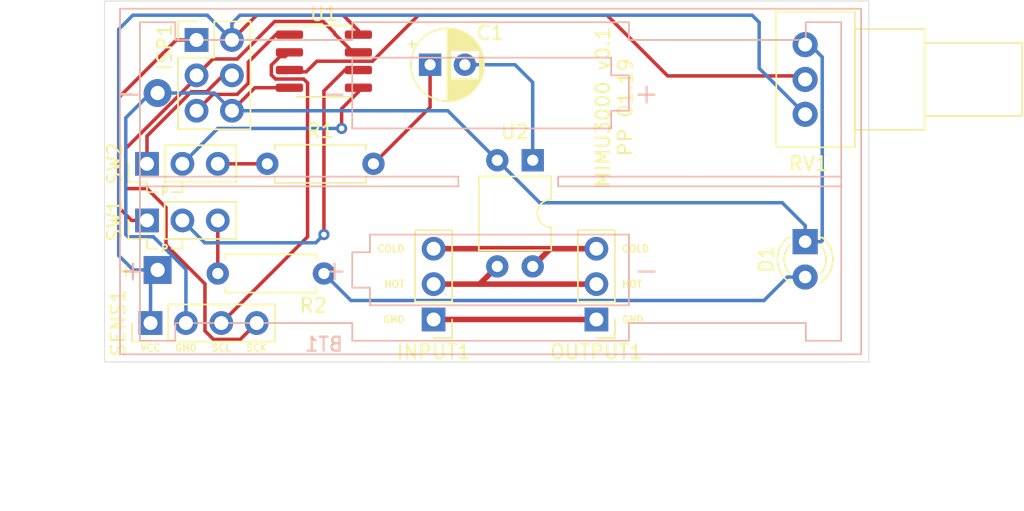
<source format=kicad_pcb>
(kicad_pcb (version 20171130) (host pcbnew 5.1.5-1.fc31)

  (general
    (thickness 1.6)
    (drawings 38)
    (tracks 138)
    (zones 0)
    (modules 14)
    (nets 19)
  )

  (page A4)
  (layers
    (0 F.Cu signal)
    (31 B.Cu signal)
    (32 B.Adhes user)
    (33 F.Adhes user)
    (34 B.Paste user)
    (35 F.Paste user)
    (36 B.SilkS user)
    (37 F.SilkS user)
    (38 B.Mask user)
    (39 F.Mask user)
    (40 Dwgs.User user)
    (41 Cmts.User user)
    (42 Eco1.User user)
    (43 Eco2.User user)
    (44 Edge.Cuts user)
    (45 Margin user)
    (46 B.CrtYd user)
    (47 F.CrtYd user)
    (48 B.Fab user)
    (49 F.Fab user)
  )

  (setup
    (last_trace_width 0.25)
    (trace_clearance 0.2)
    (zone_clearance 0.508)
    (zone_45_only no)
    (trace_min 0.2)
    (via_size 0.8)
    (via_drill 0.4)
    (via_min_size 0.4)
    (via_min_drill 0.3)
    (uvia_size 0.3)
    (uvia_drill 0.1)
    (uvias_allowed no)
    (uvia_min_size 0.2)
    (uvia_min_drill 0.1)
    (edge_width 0.05)
    (segment_width 0.2)
    (pcb_text_width 0.3)
    (pcb_text_size 1.5 1.5)
    (mod_edge_width 0.12)
    (mod_text_size 1 1)
    (mod_text_width 0.15)
    (pad_size 1.524 1.524)
    (pad_drill 0.762)
    (pad_to_mask_clearance 0.051)
    (solder_mask_min_width 0.25)
    (aux_axis_origin 0 0)
    (visible_elements FFFFFF7F)
    (pcbplotparams
      (layerselection 0x010fc_ffffffff)
      (usegerberextensions false)
      (usegerberattributes false)
      (usegerberadvancedattributes false)
      (creategerberjobfile false)
      (excludeedgelayer true)
      (linewidth 0.100000)
      (plotframeref false)
      (viasonmask false)
      (mode 1)
      (useauxorigin false)
      (hpglpennumber 1)
      (hpglpenspeed 20)
      (hpglpendiameter 15.000000)
      (psnegative false)
      (psa4output false)
      (plotreference true)
      (plotvalue true)
      (plotinvisibletext false)
      (padsonsilk false)
      (subtractmaskfromsilk false)
      (outputformat 1)
      (mirror false)
      (drillshape 1)
      (scaleselection 1)
      (outputdirectory ""))
  )

  (net 0 "")
  (net 1 "Net-(BT1-Pad2)")
  (net 2 "Net-(BT1-Pad1)")
  (net 3 "Net-(C1-Pad2)")
  (net 4 "Net-(C1-Pad1)")
  (net 5 "Net-(R1-Pad1)")
  (net 6 "Net-(INPUT1-Pad3)")
  (net 7 "Net-(INPUT1-Pad2)")
  (net 8 "Net-(INPUT1-Pad1)")
  (net 9 "Net-(RV1-Pad2)")
  (net 10 "Net-(D1-Pad2)")
  (net 11 "Net-(R2-Pad1)")
  (net 12 "Net-(SW1-Pad2)")
  (net 13 "Net-(SW2-Pad2)")
  (net 14 "Net-(ISP1-Pad5)")
  (net 15 "Net-(ISP1-Pad4)")
  (net 16 "Net-(ISP1-Pad3)")
  (net 17 "Net-(ISP1-Pad1)")
  (net 18 "Net-(SENS1-Pad3)")

  (net_class Default "This is the default net class."
    (clearance 0.2)
    (trace_width 0.25)
    (via_dia 0.8)
    (via_drill 0.4)
    (uvia_dia 0.3)
    (uvia_drill 0.1)
    (add_net "Net-(BT1-Pad1)")
    (add_net "Net-(BT1-Pad2)")
    (add_net "Net-(C1-Pad1)")
    (add_net "Net-(C1-Pad2)")
    (add_net "Net-(D1-Pad2)")
    (add_net "Net-(INPUT1-Pad1)")
    (add_net "Net-(INPUT1-Pad2)")
    (add_net "Net-(INPUT1-Pad3)")
    (add_net "Net-(ISP1-Pad1)")
    (add_net "Net-(ISP1-Pad3)")
    (add_net "Net-(ISP1-Pad4)")
    (add_net "Net-(ISP1-Pad5)")
    (add_net "Net-(R1-Pad1)")
    (add_net "Net-(R2-Pad1)")
    (add_net "Net-(RV1-Pad2)")
    (add_net "Net-(SENS1-Pad3)")
    (add_net "Net-(SW1-Pad2)")
    (add_net "Net-(SW2-Pad2)")
  )

  (module Battery:BatteryHolder_Keystone_2468_2xAAA (layer B.Cu) (tedit 5C9A5FE6) (tstamp 5E2B9FE4)
    (at 167.894 120.142)
    (descr "2xAAA cell battery holder, Keystone P/N 2468, http://www.keyelco.com/product-pdf.cfm?p=1033")
    (tags "AAA battery cell holder")
    (path /5E2BAE3F)
    (fp_text reference BT1 (at 11.938 5.334) (layer B.SilkS)
      (effects (font (size 1 1) (thickness 0.15)) (justify mirror))
    )
    (fp_text value 3V (at 27.456 -7.35) (layer B.Fab)
      (effects (font (size 1 1) (thickness 0.15)) (justify mirror))
    )
    (fp_text user + (at 35.1 -12.7) (layer B.SilkS)
      (effects (font (size 1.5 1.5) (thickness 0.15)) (justify mirror))
    )
    (fp_text user - (at 12.7 -12.7) (layer B.SilkS)
      (effects (font (size 1.5 1.5) (thickness 0.15)) (justify mirror))
    )
    (fp_text user - (at 35.1 0) (layer B.SilkS)
      (effects (font (size 1.5 1.5) (thickness 0.15)) (justify mirror))
    )
    (fp_text user + (at 12.7 0) (layer B.SilkS)
      (effects (font (size 1.5 1.5) (thickness 0.15)) (justify mirror))
    )
    (fp_text user - (at -2.032 -12.7) (layer B.SilkS)
      (effects (font (size 1.5 1.5) (thickness 0.15)) (justify mirror))
    )
    (fp_text user + (at -1.778 0) (layer B.SilkS)
      (effects (font (size 1.5 1.5) (thickness 0.15)) (justify mirror))
    )
    (fp_line (start -2.59 5.945) (end 50.39 5.945) (layer B.Fab) (width 0.1))
    (fp_line (start -2.59 -18.645) (end 50.39 -18.645) (layer B.Fab) (width 0.1))
    (fp_line (start 50.39 -18.645) (end 50.39 5.945) (layer B.Fab) (width 0.1))
    (fp_line (start -2.59 -18.645) (end -2.59 5.945) (layer B.Fab) (width 0.1))
    (fp_line (start 46.53 -17.78) (end 46.53 -16.51) (layer B.SilkS) (width 0.12))
    (fp_line (start 49.07 -17.78) (end 46.53 -17.78) (layer B.SilkS) (width 0.12))
    (fp_line (start 49.07 5.08) (end 49.07 -17.78) (layer B.SilkS) (width 0.12))
    (fp_line (start 46.53 5.08) (end 46.53 3.81) (layer B.SilkS) (width 0.12))
    (fp_line (start 49.07 5.08) (end 46.53 5.08) (layer B.SilkS) (width 0.12))
    (fp_line (start 1.27 -16.51) (end 13.97 -16.51) (layer B.SilkS) (width 0.12))
    (fp_line (start 1.27 -17.78) (end 1.27 -16.51) (layer B.SilkS) (width 0.12))
    (fp_line (start -1.27 -17.78) (end 1.27 -17.78) (layer B.SilkS) (width 0.12))
    (fp_line (start -1.27 5.08) (end -1.27 -17.78) (layer B.SilkS) (width 0.12))
    (fp_line (start 1.27 5.08) (end -1.27 5.08) (layer B.SilkS) (width 0.12))
    (fp_line (start 1.27 3.81) (end 1.27 5.08) (layer B.SilkS) (width 0.12))
    (fp_line (start 1.27 3.81) (end 13.97 3.81) (layer B.SilkS) (width 0.12))
    (fp_line (start 46.53 -16.51) (end 33.83 -16.51) (layer B.SilkS) (width 0.12))
    (fp_line (start 13.97 5.08) (end 13.97 3.81) (layer B.SilkS) (width 0.12))
    (fp_line (start 33.83 5.08) (end 13.97 5.08) (layer B.SilkS) (width 0.12))
    (fp_line (start 33.83 3.81) (end 33.83 5.08) (layer B.SilkS) (width 0.12))
    (fp_line (start 46.53 3.81) (end 33.83 3.81) (layer B.SilkS) (width 0.12))
    (fp_line (start 33.83 -17.78) (end 33.83 -16.51) (layer B.SilkS) (width 0.12))
    (fp_line (start 13.97 -17.78) (end 33.83 -17.78) (layer B.SilkS) (width 0.12))
    (fp_line (start 13.97 -16.51) (end 13.97 -17.78) (layer B.SilkS) (width 0.12))
    (fp_line (start 28.75 -6.7) (end 49.07 -6.7) (layer B.SilkS) (width 0.12))
    (fp_line (start 28.75 -6) (end 28.75 -6.7) (layer B.SilkS) (width 0.12))
    (fp_line (start 49.07 -6) (end 28.75 -6) (layer B.SilkS) (width 0.12))
    (fp_line (start 21.59 -6.7) (end -1.27 -6.7) (layer B.SilkS) (width 0.12))
    (fp_line (start 21.59 -6) (end 21.59 -6.7) (layer B.SilkS) (width 0.12))
    (fp_line (start -1.27 -6) (end 21.59 -6) (layer B.SilkS) (width 0.12))
    (fp_line (start 33.83 2.54) (end 33.83 -2.54) (layer B.SilkS) (width 0.12))
    (fp_line (start 15.24 2.54) (end 33.83 2.54) (layer B.SilkS) (width 0.12))
    (fp_line (start 15.24 1.27) (end 15.24 2.54) (layer B.SilkS) (width 0.12))
    (fp_line (start 13.97 1.27) (end 15.24 1.27) (layer B.SilkS) (width 0.12))
    (fp_line (start 13.97 -1.27) (end 13.97 1.27) (layer B.SilkS) (width 0.12))
    (fp_line (start 15.24 -1.27) (end 13.97 -1.27) (layer B.SilkS) (width 0.12))
    (fp_line (start 15.24 -2.54) (end 15.24 -1.27) (layer B.SilkS) (width 0.12))
    (fp_line (start 33.83 -2.54) (end 15.24 -2.54) (layer B.SilkS) (width 0.12))
    (fp_line (start 32.56 -15.24) (end 13.97 -15.24) (layer B.SilkS) (width 0.12))
    (fp_line (start 32.56 -13.97) (end 32.56 -15.24) (layer B.SilkS) (width 0.12))
    (fp_line (start 33.83 -13.97) (end 32.56 -13.97) (layer B.SilkS) (width 0.12))
    (fp_line (start 33.83 -11.43) (end 33.83 -13.97) (layer B.SilkS) (width 0.12))
    (fp_line (start 32.56 -11.43) (end 33.83 -11.43) (layer B.SilkS) (width 0.12))
    (fp_line (start 32.56 -10.16) (end 32.56 -11.43) (layer B.SilkS) (width 0.12))
    (fp_line (start 13.97 -10.16) (end 32.56 -10.16) (layer B.SilkS) (width 0.12))
    (fp_line (start 13.97 -15.24) (end 13.97 -10.16) (layer B.SilkS) (width 0.12))
    (fp_line (start 50.5 6.055) (end -2.7 6.055) (layer B.SilkS) (width 0.12))
    (fp_line (start -2.7 6.05) (end -2.7 -18.75) (layer B.SilkS) (width 0.12))
    (fp_line (start -2.7 -18.755) (end 50.5 -18.755) (layer B.SilkS) (width 0.12))
    (fp_line (start 50.5 -18.75) (end 50.5 6.05) (layer B.SilkS) (width 0.12))
    (fp_line (start 50.89 6.45) (end -3.09 6.45) (layer B.CrtYd) (width 0.05))
    (fp_line (start -3.09 6.45) (end -3.09 -19.15) (layer B.CrtYd) (width 0.05))
    (fp_line (start -3.09 -19.15) (end 50.89 -19.15) (layer B.CrtYd) (width 0.05))
    (fp_line (start 50.89 -19.15) (end 50.89 6.45) (layer B.CrtYd) (width 0.05))
    (fp_text user %R (at 27.456 -5.35) (layer B.Fab)
      (effects (font (size 1 1) (thickness 0.15)) (justify mirror))
    )
    (pad "" np_thru_hole circle (at 38.61 -8.7) (size 3.45 3.45) (drill 3.45) (layers *.Cu *.Mask))
    (pad "" np_thru_hole circle (at 8.64 -4) (size 3.45 3.45) (drill 3.45) (layers *.Cu))
    (pad 2 thru_hole circle (at 0 -12.7) (size 2 2) (drill 1.02) (layers *.Cu *.Mask)
      (net 1 "Net-(BT1-Pad2)"))
    (pad 1 thru_hole rect (at 0 0) (size 2 2) (drill 1.02) (layers *.Cu *.Mask)
      (net 2 "Net-(BT1-Pad1)"))
    (model ${KISYS3DMOD}/Battery.3dshapes/BatteryHolder_Keystone_2468_2xAAA.wrl
      (offset (xyz 0 0 1))
      (scale (xyz 1 1 1))
      (rotate (xyz 0 0 0))
    )
  )

  (module Package_DIP:DIP-4_W7.62mm (layer F.Cu) (tedit 5A02E8C5) (tstamp 5E2BA105)
    (at 194.818 112.268 270)
    (descr "4-lead though-hole mounted DIP package, row spacing 7.62 mm (300 mils)")
    (tags "THT DIP DIL PDIP 2.54mm 7.62mm 300mil")
    (path /5E2A0546)
    (fp_text reference U2 (at -2.032 1.27 180) (layer F.SilkS)
      (effects (font (size 1 1) (thickness 0.15)))
    )
    (fp_text value AQY211EH (at 3.81 4.87 90) (layer F.Fab)
      (effects (font (size 1 1) (thickness 0.15)))
    )
    (fp_text user %R (at 3.81 1.27 90) (layer F.Fab)
      (effects (font (size 1 1) (thickness 0.15)))
    )
    (fp_line (start 8.7 -1.55) (end -1.1 -1.55) (layer F.CrtYd) (width 0.05))
    (fp_line (start 8.7 4.1) (end 8.7 -1.55) (layer F.CrtYd) (width 0.05))
    (fp_line (start -1.1 4.1) (end 8.7 4.1) (layer F.CrtYd) (width 0.05))
    (fp_line (start -1.1 -1.55) (end -1.1 4.1) (layer F.CrtYd) (width 0.05))
    (fp_line (start 6.46 -1.33) (end 4.81 -1.33) (layer F.SilkS) (width 0.12))
    (fp_line (start 6.46 3.87) (end 6.46 -1.33) (layer F.SilkS) (width 0.12))
    (fp_line (start 1.16 3.87) (end 6.46 3.87) (layer F.SilkS) (width 0.12))
    (fp_line (start 1.16 -1.33) (end 1.16 3.87) (layer F.SilkS) (width 0.12))
    (fp_line (start 2.81 -1.33) (end 1.16 -1.33) (layer F.SilkS) (width 0.12))
    (fp_line (start 0.635 -0.27) (end 1.635 -1.27) (layer F.Fab) (width 0.1))
    (fp_line (start 0.635 3.81) (end 0.635 -0.27) (layer F.Fab) (width 0.1))
    (fp_line (start 6.985 3.81) (end 0.635 3.81) (layer F.Fab) (width 0.1))
    (fp_line (start 6.985 -1.27) (end 6.985 3.81) (layer F.Fab) (width 0.1))
    (fp_line (start 1.635 -1.27) (end 6.985 -1.27) (layer F.Fab) (width 0.1))
    (fp_arc (start 3.81 -1.33) (end 2.81 -1.33) (angle -180) (layer F.SilkS) (width 0.12))
    (pad 4 thru_hole oval (at 7.62 0 270) (size 1.6 1.6) (drill 0.8) (layers *.Cu *.Mask)
      (net 6 "Net-(INPUT1-Pad3)"))
    (pad 2 thru_hole oval (at 0 2.54 270) (size 1.6 1.6) (drill 0.8) (layers *.Cu *.Mask)
      (net 1 "Net-(BT1-Pad2)"))
    (pad 3 thru_hole oval (at 7.62 2.54 270) (size 1.6 1.6) (drill 0.8) (layers *.Cu *.Mask)
      (net 7 "Net-(INPUT1-Pad2)"))
    (pad 1 thru_hole rect (at 0 0 270) (size 1.6 1.6) (drill 0.8) (layers *.Cu *.Mask)
      (net 3 "Net-(C1-Pad2)"))
    (model ${KISYS3DMOD}/Package_DIP.3dshapes/DIP-4_W7.62mm.wrl
      (at (xyz 0 0 0))
      (scale (xyz 1 1 1))
      (rotate (xyz 0 0 0))
    )
  )

  (module Package_SO:SOIC-8_3.9x4.9mm_P1.27mm (layer F.Cu) (tedit 5D9F72B1) (tstamp 5E2BA0EB)
    (at 179.832 105.156)
    (descr "SOIC, 8 Pin (JEDEC MS-012AA, https://www.analog.com/media/en/package-pcb-resources/package/pkg_pdf/soic_narrow-r/r_8.pdf), generated with kicad-footprint-generator ipc_gullwing_generator.py")
    (tags "SOIC SO")
    (path /5E29D77C)
    (attr smd)
    (fp_text reference U1 (at 0 -3.4) (layer F.SilkS)
      (effects (font (size 1 1) (thickness 0.15)))
    )
    (fp_text value ATTINY13A-SSU (at 0 3.4) (layer F.Fab)
      (effects (font (size 1 1) (thickness 0.15)))
    )
    (fp_text user %R (at -0.015001 0.564999) (layer F.Fab)
      (effects (font (size 0.98 0.98) (thickness 0.15)))
    )
    (fp_line (start 3.7 -2.7) (end -3.7 -2.7) (layer F.CrtYd) (width 0.05))
    (fp_line (start 3.7 2.7) (end 3.7 -2.7) (layer F.CrtYd) (width 0.05))
    (fp_line (start -3.7 2.7) (end 3.7 2.7) (layer F.CrtYd) (width 0.05))
    (fp_line (start -3.7 -2.7) (end -3.7 2.7) (layer F.CrtYd) (width 0.05))
    (fp_line (start -1.95 -1.475) (end -0.975 -2.45) (layer F.Fab) (width 0.1))
    (fp_line (start -1.95 2.45) (end -1.95 -1.475) (layer F.Fab) (width 0.1))
    (fp_line (start 1.95 2.45) (end -1.95 2.45) (layer F.Fab) (width 0.1))
    (fp_line (start 1.95 -2.45) (end 1.95 2.45) (layer F.Fab) (width 0.1))
    (fp_line (start -0.975 -2.45) (end 1.95 -2.45) (layer F.Fab) (width 0.1))
    (fp_line (start 0 -2.56) (end -3.45 -2.56) (layer F.SilkS) (width 0.12))
    (fp_line (start 0 -2.56) (end 1.95 -2.56) (layer F.SilkS) (width 0.12))
    (fp_line (start 0 2.56) (end -1.95 2.56) (layer F.SilkS) (width 0.12))
    (fp_line (start 0 2.56) (end 1.95 2.56) (layer F.SilkS) (width 0.12))
    (pad 8 smd roundrect (at 2.475 -1.905) (size 1.95 0.6) (layers F.Cu F.Paste F.Mask) (roundrect_rratio 0.25)
      (net 2 "Net-(BT1-Pad1)"))
    (pad 7 smd roundrect (at 2.475 -0.635) (size 1.95 0.6) (layers F.Cu F.Paste F.Mask) (roundrect_rratio 0.25)
      (net 16 "Net-(ISP1-Pad3)"))
    (pad 6 smd roundrect (at 2.475 0.635) (size 1.95 0.6) (layers F.Cu F.Paste F.Mask) (roundrect_rratio 0.25)
      (net 12 "Net-(SW1-Pad2)"))
    (pad 5 smd roundrect (at 2.475 1.905) (size 1.95 0.6) (layers F.Cu F.Paste F.Mask) (roundrect_rratio 0.25)
      (net 13 "Net-(SW2-Pad2)"))
    (pad 4 smd roundrect (at -2.475 1.905) (size 1.95 0.6) (layers F.Cu F.Paste F.Mask) (roundrect_rratio 0.25)
      (net 1 "Net-(BT1-Pad2)"))
    (pad 3 smd roundrect (at -2.475 0.635) (size 1.95 0.6) (layers F.Cu F.Paste F.Mask) (roundrect_rratio 0.25)
      (net 9 "Net-(RV1-Pad2)"))
    (pad 2 smd roundrect (at -2.475 -0.635) (size 1.95 0.6) (layers F.Cu F.Paste F.Mask) (roundrect_rratio 0.25)
      (net 18 "Net-(SENS1-Pad3)"))
    (pad 1 smd roundrect (at -2.475 -1.905) (size 1.95 0.6) (layers F.Cu F.Paste F.Mask) (roundrect_rratio 0.25)
      (net 14 "Net-(ISP1-Pad5)"))
    (model ${KISYS3DMOD}/Package_SO.3dshapes/SOIC-8_3.9x4.9mm_P1.27mm.wrl
      (at (xyz 0 0 0))
      (scale (xyz 1 1 1))
      (rotate (xyz 0 0 0))
    )
  )

  (module Connector_PinHeader_2.54mm:PinHeader_1x04_P2.54mm_Vertical (layer F.Cu) (tedit 59FED5CC) (tstamp 5E2BA082)
    (at 167.386 123.952 90)
    (descr "Through hole straight pin header, 1x04, 2.54mm pitch, single row")
    (tags "Through hole pin header THT 1x04 2.54mm single row")
    (path /5E2CBB84)
    (fp_text reference SENS1 (at 0 -2.33 90) (layer F.SilkS)
      (effects (font (size 1 1) (thickness 0.15)))
    )
    (fp_text value Sens (at 0 9.95 90) (layer F.Fab)
      (effects (font (size 1 1) (thickness 0.15)))
    )
    (fp_text user %R (at 0 3.81) (layer F.Fab)
      (effects (font (size 1 1) (thickness 0.15)))
    )
    (fp_line (start 1.8 -1.8) (end -1.8 -1.8) (layer F.CrtYd) (width 0.05))
    (fp_line (start 1.8 9.4) (end 1.8 -1.8) (layer F.CrtYd) (width 0.05))
    (fp_line (start -1.8 9.4) (end 1.8 9.4) (layer F.CrtYd) (width 0.05))
    (fp_line (start -1.8 -1.8) (end -1.8 9.4) (layer F.CrtYd) (width 0.05))
    (fp_line (start -1.33 -1.33) (end 0 -1.33) (layer F.SilkS) (width 0.12))
    (fp_line (start -1.33 0) (end -1.33 -1.33) (layer F.SilkS) (width 0.12))
    (fp_line (start -1.33 1.27) (end 1.33 1.27) (layer F.SilkS) (width 0.12))
    (fp_line (start 1.33 1.27) (end 1.33 8.95) (layer F.SilkS) (width 0.12))
    (fp_line (start -1.33 1.27) (end -1.33 8.95) (layer F.SilkS) (width 0.12))
    (fp_line (start -1.33 8.95) (end 1.33 8.95) (layer F.SilkS) (width 0.12))
    (fp_line (start -1.27 -0.635) (end -0.635 -1.27) (layer F.Fab) (width 0.1))
    (fp_line (start -1.27 8.89) (end -1.27 -0.635) (layer F.Fab) (width 0.1))
    (fp_line (start 1.27 8.89) (end -1.27 8.89) (layer F.Fab) (width 0.1))
    (fp_line (start 1.27 -1.27) (end 1.27 8.89) (layer F.Fab) (width 0.1))
    (fp_line (start -0.635 -1.27) (end 1.27 -1.27) (layer F.Fab) (width 0.1))
    (pad 4 thru_hole oval (at 0 7.62 90) (size 1.7 1.7) (drill 1) (layers *.Cu *.Mask)
      (net 16 "Net-(ISP1-Pad3)"))
    (pad 3 thru_hole oval (at 0 5.08 90) (size 1.7 1.7) (drill 1) (layers *.Cu *.Mask)
      (net 18 "Net-(SENS1-Pad3)"))
    (pad 2 thru_hole oval (at 0 2.54 90) (size 1.7 1.7) (drill 1) (layers *.Cu *.Mask)
      (net 1 "Net-(BT1-Pad2)"))
    (pad 1 thru_hole rect (at 0 0 90) (size 1.7 1.7) (drill 1) (layers *.Cu *.Mask)
      (net 2 "Net-(BT1-Pad1)"))
    (model ${KISYS3DMOD}/Connector_PinHeader_2.54mm.3dshapes/PinHeader_1x04_P2.54mm_Vertical.wrl
      (at (xyz 0 0 0))
      (scale (xyz 1 1 1))
      (rotate (xyz 0 0 0))
    )
  )

  (module Connector_PinHeader_2.54mm:PinHeader_2x03_P2.54mm_Vertical (layer F.Cu) (tedit 59FED5CC) (tstamp 5E2B6328)
    (at 170.688 103.632)
    (descr "Through hole straight pin header, 2x03, 2.54mm pitch, double rows")
    (tags "Through hole pin header THT 2x03 2.54mm double row")
    (path /5E2B28C5)
    (fp_text reference ISP1 (at -2.286 0.508 270) (layer F.SilkS)
      (effects (font (size 1 1) (thickness 0.15)))
    )
    (fp_text value AVR-ISP-6 (at 1.27 7.41) (layer F.Fab)
      (effects (font (size 1 1) (thickness 0.15)))
    )
    (fp_text user %R (at 1.27 2.54 90) (layer F.Fab)
      (effects (font (size 1 1) (thickness 0.15)))
    )
    (fp_line (start 4.35 -1.8) (end -1.8 -1.8) (layer F.CrtYd) (width 0.05))
    (fp_line (start 4.35 6.85) (end 4.35 -1.8) (layer F.CrtYd) (width 0.05))
    (fp_line (start -1.8 6.85) (end 4.35 6.85) (layer F.CrtYd) (width 0.05))
    (fp_line (start -1.8 -1.8) (end -1.8 6.85) (layer F.CrtYd) (width 0.05))
    (fp_line (start -1.33 -1.33) (end 0 -1.33) (layer F.SilkS) (width 0.12))
    (fp_line (start -1.33 0) (end -1.33 -1.33) (layer F.SilkS) (width 0.12))
    (fp_line (start 1.27 -1.33) (end 3.87 -1.33) (layer F.SilkS) (width 0.12))
    (fp_line (start 1.27 1.27) (end 1.27 -1.33) (layer F.SilkS) (width 0.12))
    (fp_line (start -1.33 1.27) (end 1.27 1.27) (layer F.SilkS) (width 0.12))
    (fp_line (start 3.87 -1.33) (end 3.87 6.41) (layer F.SilkS) (width 0.12))
    (fp_line (start -1.33 1.27) (end -1.33 6.41) (layer F.SilkS) (width 0.12))
    (fp_line (start -1.33 6.41) (end 3.87 6.41) (layer F.SilkS) (width 0.12))
    (fp_line (start -1.27 0) (end 0 -1.27) (layer F.Fab) (width 0.1))
    (fp_line (start -1.27 6.35) (end -1.27 0) (layer F.Fab) (width 0.1))
    (fp_line (start 3.81 6.35) (end -1.27 6.35) (layer F.Fab) (width 0.1))
    (fp_line (start 3.81 -1.27) (end 3.81 6.35) (layer F.Fab) (width 0.1))
    (fp_line (start 0 -1.27) (end 3.81 -1.27) (layer F.Fab) (width 0.1))
    (pad 6 thru_hole oval (at 2.54 5.08) (size 1.7 1.7) (drill 1) (layers *.Cu *.Mask)
      (net 1 "Net-(BT1-Pad2)"))
    (pad 5 thru_hole oval (at 0 5.08) (size 1.7 1.7) (drill 1) (layers *.Cu *.Mask)
      (net 14 "Net-(ISP1-Pad5)"))
    (pad 4 thru_hole oval (at 2.54 2.54) (size 1.7 1.7) (drill 1) (layers *.Cu *.Mask)
      (net 15 "Net-(ISP1-Pad4)"))
    (pad 3 thru_hole oval (at 0 2.54) (size 1.7 1.7) (drill 1) (layers *.Cu *.Mask)
      (net 16 "Net-(ISP1-Pad3)"))
    (pad 2 thru_hole oval (at 2.54 0) (size 1.7 1.7) (drill 1) (layers *.Cu *.Mask)
      (net 2 "Net-(BT1-Pad1)"))
    (pad 1 thru_hole rect (at 0 0) (size 1.7 1.7) (drill 1) (layers *.Cu *.Mask)
      (net 17 "Net-(ISP1-Pad1)"))
    (model ${KISYS3DMOD}/Connector_PinHeader_2.54mm.3dshapes/PinHeader_2x03_P2.54mm_Vertical.wrl
      (at (xyz 0 0 0))
      (scale (xyz 1 1 1))
      (rotate (xyz 0 0 0))
    )
  )

  (module Connector_PinHeader_2.54mm:PinHeader_1x03_P2.54mm_Vertical (layer F.Cu) (tedit 59FED5CC) (tstamp 5E31AC7F)
    (at 167.132 112.522 90)
    (descr "Through hole straight pin header, 1x03, 2.54mm pitch, single row")
    (tags "Through hole pin header THT 1x03 2.54mm single row")
    (path /5E2C59AF)
    (fp_text reference SW2 (at 0 -2.33 90) (layer F.SilkS)
      (effects (font (size 1 1) (thickness 0.15)))
    )
    (fp_text value P_MOSI (at 0 7.41 90) (layer F.Fab)
      (effects (font (size 1 1) (thickness 0.15)))
    )
    (fp_text user %R (at 0 2.54) (layer F.Fab)
      (effects (font (size 1 1) (thickness 0.15)))
    )
    (fp_line (start 1.8 -1.8) (end -1.8 -1.8) (layer F.CrtYd) (width 0.05))
    (fp_line (start 1.8 6.85) (end 1.8 -1.8) (layer F.CrtYd) (width 0.05))
    (fp_line (start -1.8 6.85) (end 1.8 6.85) (layer F.CrtYd) (width 0.05))
    (fp_line (start -1.8 -1.8) (end -1.8 6.85) (layer F.CrtYd) (width 0.05))
    (fp_line (start -1.33 -1.33) (end 0 -1.33) (layer F.SilkS) (width 0.12))
    (fp_line (start -1.33 0) (end -1.33 -1.33) (layer F.SilkS) (width 0.12))
    (fp_line (start -1.33 1.27) (end 1.33 1.27) (layer F.SilkS) (width 0.12))
    (fp_line (start 1.33 1.27) (end 1.33 6.41) (layer F.SilkS) (width 0.12))
    (fp_line (start -1.33 1.27) (end -1.33 6.41) (layer F.SilkS) (width 0.12))
    (fp_line (start -1.33 6.41) (end 1.33 6.41) (layer F.SilkS) (width 0.12))
    (fp_line (start -1.27 -0.635) (end -0.635 -1.27) (layer F.Fab) (width 0.1))
    (fp_line (start -1.27 6.35) (end -1.27 -0.635) (layer F.Fab) (width 0.1))
    (fp_line (start 1.27 6.35) (end -1.27 6.35) (layer F.Fab) (width 0.1))
    (fp_line (start 1.27 -1.27) (end 1.27 6.35) (layer F.Fab) (width 0.1))
    (fp_line (start -0.635 -1.27) (end 1.27 -1.27) (layer F.Fab) (width 0.1))
    (pad 3 thru_hole oval (at 0 5.08 90) (size 1.7 1.7) (drill 1) (layers *.Cu *.Mask)
      (net 5 "Net-(R1-Pad1)"))
    (pad 2 thru_hole oval (at 0 2.54 90) (size 1.7 1.7) (drill 1) (layers *.Cu *.Mask)
      (net 13 "Net-(SW2-Pad2)"))
    (pad 1 thru_hole rect (at 0 0 90) (size 1.7 1.7) (drill 1) (layers *.Cu *.Mask)
      (net 15 "Net-(ISP1-Pad4)"))
    (model ${KISYS3DMOD}/Connector_PinHeader_2.54mm.3dshapes/PinHeader_1x03_P2.54mm_Vertical.wrl
      (at (xyz 0 0 0))
      (scale (xyz 1 1 1))
      (rotate (xyz 0 0 0))
    )
    (model ${KISYS3DMOD}/Connector_PinSocket_2.54mm.3dshapes/PinSocket_1x02_P2.54mm_Vertical.step
      (offset (xyz 0 -2.5 2.5))
      (scale (xyz 1 1 0.8))
      (rotate (xyz 0 0 0))
    )
  )

  (module Connector_PinHeader_2.54mm:PinHeader_1x03_P2.54mm_Vertical (layer F.Cu) (tedit 59FED5CC) (tstamp 5E2B640F)
    (at 167.132 116.586 90)
    (descr "Through hole straight pin header, 1x03, 2.54mm pitch, single row")
    (tags "Through hole pin header THT 1x03 2.54mm single row")
    (path /5E2C54A6)
    (fp_text reference SW1 (at 0 -2.33 90) (layer F.SilkS)
      (effects (font (size 1 1) (thickness 0.15)))
    )
    (fp_text value P_MISO (at 0 7.41 90) (layer F.Fab)
      (effects (font (size 1 1) (thickness 0.15)))
    )
    (fp_text user %R (at 0 2.54) (layer F.Fab)
      (effects (font (size 1 1) (thickness 0.15)))
    )
    (fp_line (start 1.8 -1.8) (end -1.8 -1.8) (layer F.CrtYd) (width 0.05))
    (fp_line (start 1.8 6.85) (end 1.8 -1.8) (layer F.CrtYd) (width 0.05))
    (fp_line (start -1.8 6.85) (end 1.8 6.85) (layer F.CrtYd) (width 0.05))
    (fp_line (start -1.8 -1.8) (end -1.8 6.85) (layer F.CrtYd) (width 0.05))
    (fp_line (start -1.33 -1.33) (end 0 -1.33) (layer F.SilkS) (width 0.12))
    (fp_line (start -1.33 0) (end -1.33 -1.33) (layer F.SilkS) (width 0.12))
    (fp_line (start -1.33 1.27) (end 1.33 1.27) (layer F.SilkS) (width 0.12))
    (fp_line (start 1.33 1.27) (end 1.33 6.41) (layer F.SilkS) (width 0.12))
    (fp_line (start -1.33 1.27) (end -1.33 6.41) (layer F.SilkS) (width 0.12))
    (fp_line (start -1.33 6.41) (end 1.33 6.41) (layer F.SilkS) (width 0.12))
    (fp_line (start -1.27 -0.635) (end -0.635 -1.27) (layer F.Fab) (width 0.1))
    (fp_line (start -1.27 6.35) (end -1.27 -0.635) (layer F.Fab) (width 0.1))
    (fp_line (start 1.27 6.35) (end -1.27 6.35) (layer F.Fab) (width 0.1))
    (fp_line (start 1.27 -1.27) (end 1.27 6.35) (layer F.Fab) (width 0.1))
    (fp_line (start -0.635 -1.27) (end 1.27 -1.27) (layer F.Fab) (width 0.1))
    (pad 3 thru_hole oval (at 0 5.08 90) (size 1.7 1.7) (drill 1) (layers *.Cu *.Mask)
      (net 11 "Net-(R2-Pad1)"))
    (pad 2 thru_hole oval (at 0 2.54 90) (size 1.7 1.7) (drill 1) (layers *.Cu *.Mask)
      (net 12 "Net-(SW1-Pad2)"))
    (pad 1 thru_hole rect (at 0 0 90) (size 1.7 1.7) (drill 1) (layers *.Cu *.Mask)
      (net 17 "Net-(ISP1-Pad1)"))
    (model ${KISYS3DMOD}/Connector_PinHeader_2.54mm.3dshapes/PinHeader_1x03_P2.54mm_Vertical.wrl
      (at (xyz 0 0 0))
      (scale (xyz 1 1 1))
      (rotate (xyz 0 0 0))
    )
    (model ${KISYS3DMOD}/Connector_PinSocket_2.54mm.3dshapes/PinSocket_1x02_P2.54mm_Vertical.step
      (offset (xyz 0 -2.5 2.5))
      (scale (xyz 1 1 0.8))
      (rotate (xyz 0 0 0))
    )
  )

  (module Connector_PinHeader_2.54mm:PinHeader_1x03_P2.54mm_Vertical (layer F.Cu) (tedit 59FED5CC) (tstamp 5E2BA0BA)
    (at 199.39 123.698 180)
    (descr "Through hole straight pin header, 1x03, 2.54mm pitch, single row")
    (tags "Through hole pin header THT 1x03 2.54mm single row")
    (path /5E29E552)
    (fp_text reference OUTPUT1 (at 0 -2.33) (layer F.SilkS)
      (effects (font (size 1 1) (thickness 0.15)))
    )
    (fp_text value XLR3 (at 0 7.41) (layer F.Fab)
      (effects (font (size 1 1) (thickness 0.15)))
    )
    (fp_text user %R (at 0 2.54 90) (layer F.Fab)
      (effects (font (size 1 1) (thickness 0.15)))
    )
    (fp_line (start 1.8 -1.8) (end -1.8 -1.8) (layer F.CrtYd) (width 0.05))
    (fp_line (start 1.8 6.85) (end 1.8 -1.8) (layer F.CrtYd) (width 0.05))
    (fp_line (start -1.8 6.85) (end 1.8 6.85) (layer F.CrtYd) (width 0.05))
    (fp_line (start -1.8 -1.8) (end -1.8 6.85) (layer F.CrtYd) (width 0.05))
    (fp_line (start -1.33 -1.33) (end 0 -1.33) (layer F.SilkS) (width 0.12))
    (fp_line (start -1.33 0) (end -1.33 -1.33) (layer F.SilkS) (width 0.12))
    (fp_line (start -1.33 1.27) (end 1.33 1.27) (layer F.SilkS) (width 0.12))
    (fp_line (start 1.33 1.27) (end 1.33 6.41) (layer F.SilkS) (width 0.12))
    (fp_line (start -1.33 1.27) (end -1.33 6.41) (layer F.SilkS) (width 0.12))
    (fp_line (start -1.33 6.41) (end 1.33 6.41) (layer F.SilkS) (width 0.12))
    (fp_line (start -1.27 -0.635) (end -0.635 -1.27) (layer F.Fab) (width 0.1))
    (fp_line (start -1.27 6.35) (end -1.27 -0.635) (layer F.Fab) (width 0.1))
    (fp_line (start 1.27 6.35) (end -1.27 6.35) (layer F.Fab) (width 0.1))
    (fp_line (start 1.27 -1.27) (end 1.27 6.35) (layer F.Fab) (width 0.1))
    (fp_line (start -0.635 -1.27) (end 1.27 -1.27) (layer F.Fab) (width 0.1))
    (pad 3 thru_hole oval (at 0 5.08 180) (size 1.7 1.7) (drill 1) (layers *.Cu *.Mask)
      (net 6 "Net-(INPUT1-Pad3)"))
    (pad 2 thru_hole oval (at 0 2.54 180) (size 1.7 1.7) (drill 1) (layers *.Cu *.Mask)
      (net 7 "Net-(INPUT1-Pad2)"))
    (pad 1 thru_hole rect (at 0 0 180) (size 1.7 1.7) (drill 1) (layers *.Cu *.Mask)
      (net 8 "Net-(INPUT1-Pad1)"))
    (model ${KISYS3DMOD}/Connector_PinHeader_2.54mm.3dshapes/PinHeader_1x03_P2.54mm_Vertical.wrl
      (at (xyz 0 0 0))
      (scale (xyz 1 1 1))
      (rotate (xyz 0 0 0))
    )
  )

  (module Connector_PinHeader_2.54mm:PinHeader_1x03_P2.54mm_Vertical (layer F.Cu) (tedit 59FED5CC) (tstamp 5E2BA09E)
    (at 187.706 123.698 180)
    (descr "Through hole straight pin header, 1x03, 2.54mm pitch, single row")
    (tags "Through hole pin header THT 1x03 2.54mm single row")
    (path /5E29E533)
    (fp_text reference INPUT1 (at 0 -2.33) (layer F.SilkS)
      (effects (font (size 1 1) (thickness 0.15)))
    )
    (fp_text value XLR3 (at 0 7.41) (layer F.Fab)
      (effects (font (size 1 1) (thickness 0.15)))
    )
    (fp_line (start -0.635 -1.27) (end 1.27 -1.27) (layer F.Fab) (width 0.1))
    (fp_line (start 1.27 -1.27) (end 1.27 6.35) (layer F.Fab) (width 0.1))
    (fp_line (start 1.27 6.35) (end -1.27 6.35) (layer F.Fab) (width 0.1))
    (fp_line (start -1.27 6.35) (end -1.27 -0.635) (layer F.Fab) (width 0.1))
    (fp_line (start -1.27 -0.635) (end -0.635 -1.27) (layer F.Fab) (width 0.1))
    (fp_line (start -1.33 6.41) (end 1.33 6.41) (layer F.SilkS) (width 0.12))
    (fp_line (start -1.33 1.27) (end -1.33 6.41) (layer F.SilkS) (width 0.12))
    (fp_line (start 1.33 1.27) (end 1.33 6.41) (layer F.SilkS) (width 0.12))
    (fp_line (start -1.33 1.27) (end 1.33 1.27) (layer F.SilkS) (width 0.12))
    (fp_line (start -1.33 0) (end -1.33 -1.33) (layer F.SilkS) (width 0.12))
    (fp_line (start -1.33 -1.33) (end 0 -1.33) (layer F.SilkS) (width 0.12))
    (fp_line (start -1.8 -1.8) (end -1.8 6.85) (layer F.CrtYd) (width 0.05))
    (fp_line (start -1.8 6.85) (end 1.8 6.85) (layer F.CrtYd) (width 0.05))
    (fp_line (start 1.8 6.85) (end 1.8 -1.8) (layer F.CrtYd) (width 0.05))
    (fp_line (start 1.8 -1.8) (end -1.8 -1.8) (layer F.CrtYd) (width 0.05))
    (fp_text user %R (at 0 2.54 90) (layer F.Fab)
      (effects (font (size 1 1) (thickness 0.15)))
    )
    (pad 1 thru_hole rect (at 0 0 180) (size 1.7 1.7) (drill 1) (layers *.Cu *.Mask)
      (net 8 "Net-(INPUT1-Pad1)"))
    (pad 2 thru_hole oval (at 0 2.54 180) (size 1.7 1.7) (drill 1) (layers *.Cu *.Mask)
      (net 7 "Net-(INPUT1-Pad2)"))
    (pad 3 thru_hole oval (at 0 5.08 180) (size 1.7 1.7) (drill 1) (layers *.Cu *.Mask)
      (net 6 "Net-(INPUT1-Pad3)"))
    (model ${KISYS3DMOD}/Connector_PinHeader_2.54mm.3dshapes/PinHeader_1x03_P2.54mm_Vertical.wrl
      (at (xyz 0 0 0))
      (scale (xyz 1 1 1))
      (rotate (xyz 0 0 0))
    )
  )

  (module LED_THT:LED_D3.0mm (layer F.Cu) (tedit 587A3A7B) (tstamp 5E2B94F7)
    (at 214.376 118.11 270)
    (descr "LED, diameter 3.0mm, 2 pins")
    (tags "LED diameter 3.0mm 2 pins")
    (path /5E2C9905)
    (fp_text reference D1 (at 1.27 2.794 90) (layer F.SilkS)
      (effects (font (size 1 1) (thickness 0.15)))
    )
    (fp_text value LED (at 1.27 2.96 90) (layer F.Fab)
      (effects (font (size 1 1) (thickness 0.15)))
    )
    (fp_line (start 3.7 -2.25) (end -1.15 -2.25) (layer F.CrtYd) (width 0.05))
    (fp_line (start 3.7 2.25) (end 3.7 -2.25) (layer F.CrtYd) (width 0.05))
    (fp_line (start -1.15 2.25) (end 3.7 2.25) (layer F.CrtYd) (width 0.05))
    (fp_line (start -1.15 -2.25) (end -1.15 2.25) (layer F.CrtYd) (width 0.05))
    (fp_line (start -0.29 1.08) (end -0.29 1.236) (layer F.SilkS) (width 0.12))
    (fp_line (start -0.29 -1.236) (end -0.29 -1.08) (layer F.SilkS) (width 0.12))
    (fp_line (start -0.23 -1.16619) (end -0.23 1.16619) (layer F.Fab) (width 0.1))
    (fp_circle (center 1.27 0) (end 2.77 0) (layer F.Fab) (width 0.1))
    (fp_arc (start 1.27 0) (end 0.229039 1.08) (angle -87.9) (layer F.SilkS) (width 0.12))
    (fp_arc (start 1.27 0) (end 0.229039 -1.08) (angle 87.9) (layer F.SilkS) (width 0.12))
    (fp_arc (start 1.27 0) (end -0.29 1.235516) (angle -108.8) (layer F.SilkS) (width 0.12))
    (fp_arc (start 1.27 0) (end -0.29 -1.235516) (angle 108.8) (layer F.SilkS) (width 0.12))
    (fp_arc (start 1.27 0) (end -0.23 -1.16619) (angle 284.3) (layer F.Fab) (width 0.1))
    (pad 2 thru_hole circle (at 2.54 0 270) (size 1.8 1.8) (drill 0.9) (layers *.Cu *.Mask)
      (net 10 "Net-(D1-Pad2)"))
    (pad 1 thru_hole rect (at 0 0 270) (size 1.8 1.8) (drill 0.9) (layers *.Cu *.Mask)
      (net 1 "Net-(BT1-Pad2)"))
    (model ${KISYS3DMOD}/LED_THT.3dshapes/LED_D3.0mm.wrl
      (at (xyz 0 0 0))
      (scale (xyz 1 1 1))
      (rotate (xyz 0 0 0))
    )
  )

  (module Resistor_THT:R_Axial_DIN0207_L6.3mm_D2.5mm_P7.62mm_Horizontal (layer F.Cu) (tedit 5AE5139B) (tstamp 5E2B95CC)
    (at 172.212 120.396)
    (descr "Resistor, Axial_DIN0207 series, Axial, Horizontal, pin pitch=7.62mm, 0.25W = 1/4W, length*diameter=6.3*2.5mm^2, http://cdn-reichelt.de/documents/datenblatt/B400/1_4W%23YAG.pdf")
    (tags "Resistor Axial_DIN0207 series Axial Horizontal pin pitch 7.62mm 0.25W = 1/4W length 6.3mm diameter 2.5mm")
    (path /5E2D7AE9)
    (fp_text reference R2 (at 6.858 2.286) (layer F.SilkS)
      (effects (font (size 1 1) (thickness 0.15)))
    )
    (fp_text value 90R (at 7.366 2.37) (layer F.Fab)
      (effects (font (size 1 1) (thickness 0.15)))
    )
    (fp_text user %R (at 3.81 0) (layer F.Fab)
      (effects (font (size 1 1) (thickness 0.15)))
    )
    (fp_line (start 8.67 -1.5) (end -1.05 -1.5) (layer F.CrtYd) (width 0.05))
    (fp_line (start 8.67 1.5) (end 8.67 -1.5) (layer F.CrtYd) (width 0.05))
    (fp_line (start -1.05 1.5) (end 8.67 1.5) (layer F.CrtYd) (width 0.05))
    (fp_line (start -1.05 -1.5) (end -1.05 1.5) (layer F.CrtYd) (width 0.05))
    (fp_line (start 7.08 1.37) (end 7.08 1.04) (layer F.SilkS) (width 0.12))
    (fp_line (start 0.54 1.37) (end 7.08 1.37) (layer F.SilkS) (width 0.12))
    (fp_line (start 0.54 1.04) (end 0.54 1.37) (layer F.SilkS) (width 0.12))
    (fp_line (start 7.08 -1.37) (end 7.08 -1.04) (layer F.SilkS) (width 0.12))
    (fp_line (start 0.54 -1.37) (end 7.08 -1.37) (layer F.SilkS) (width 0.12))
    (fp_line (start 0.54 -1.04) (end 0.54 -1.37) (layer F.SilkS) (width 0.12))
    (fp_line (start 7.62 0) (end 6.96 0) (layer F.Fab) (width 0.1))
    (fp_line (start 0 0) (end 0.66 0) (layer F.Fab) (width 0.1))
    (fp_line (start 6.96 -1.25) (end 0.66 -1.25) (layer F.Fab) (width 0.1))
    (fp_line (start 6.96 1.25) (end 6.96 -1.25) (layer F.Fab) (width 0.1))
    (fp_line (start 0.66 1.25) (end 6.96 1.25) (layer F.Fab) (width 0.1))
    (fp_line (start 0.66 -1.25) (end 0.66 1.25) (layer F.Fab) (width 0.1))
    (pad 2 thru_hole oval (at 7.62 0) (size 1.6 1.6) (drill 0.8) (layers *.Cu *.Mask)
      (net 10 "Net-(D1-Pad2)"))
    (pad 1 thru_hole circle (at 0 0) (size 1.6 1.6) (drill 0.8) (layers *.Cu *.Mask)
      (net 11 "Net-(R2-Pad1)"))
    (model ${KISYS3DMOD}/Resistor_THT.3dshapes/R_Axial_DIN0207_L6.3mm_D2.5mm_P7.62mm_Horizontal.wrl
      (at (xyz 0 0 0))
      (scale (xyz 1 1 1))
      (rotate (xyz 0 0 0))
    )
  )

  (module Potentiometer_THT:Potentiometer_Alps_RK09Y11_Single_Horizontal (layer F.Cu) (tedit 5A3D4993) (tstamp 5E2B8135)
    (at 214.376 108.966)
    (descr "Potentiometer, horizontal, Alps RK09Y11 Single, http://www.alps.com/prod/info/E/HTML/Potentiometer/RotaryPotentiometers/RK09Y11/RK09Y11_list.html")
    (tags "Potentiometer horizontal Alps RK09Y11 Single")
    (path /5E2BA12E)
    (fp_text reference RV1 (at 0.254 3.556) (layer F.SilkS)
      (effects (font (size 1 1) (thickness 0.15)))
    )
    (fp_text value R_POT (at 0 3.5) (layer F.Fab)
      (effects (font (size 1 1) (thickness 0.15)))
    )
    (fp_text user %R (at 0.75 -2.5) (layer F.Fab)
      (effects (font (size 1 1) (thickness 0.15)))
    )
    (fp_line (start 15.7 -7.5) (end -2.2 -7.5) (layer F.CrtYd) (width 0.05))
    (fp_line (start 15.7 2.5) (end 15.7 -7.5) (layer F.CrtYd) (width 0.05))
    (fp_line (start -2.2 2.5) (end 15.7 2.5) (layer F.CrtYd) (width 0.05))
    (fp_line (start -2.2 -7.5) (end -2.2 2.5) (layer F.CrtYd) (width 0.05))
    (fp_line (start 15.57 -5.12) (end 15.57 0.12) (layer F.SilkS) (width 0.12))
    (fp_line (start 8.57 -5.12) (end 8.57 0.12) (layer F.SilkS) (width 0.12))
    (fp_line (start 8.57 0.12) (end 15.57 0.12) (layer F.SilkS) (width 0.12))
    (fp_line (start 8.57 -5.12) (end 15.57 -5.12) (layer F.SilkS) (width 0.12))
    (fp_line (start 8.57 -6.12) (end 8.57 1.12) (layer F.SilkS) (width 0.12))
    (fp_line (start 3.57 -6.12) (end 3.57 1.12) (layer F.SilkS) (width 0.12))
    (fp_line (start 3.57 1.12) (end 8.57 1.12) (layer F.SilkS) (width 0.12))
    (fp_line (start 3.57 -6.12) (end 8.57 -6.12) (layer F.SilkS) (width 0.12))
    (fp_line (start 3.57 -7.37) (end 3.57 2.37) (layer F.SilkS) (width 0.12))
    (fp_line (start -2.071 -7.37) (end -2.071 2.37) (layer F.SilkS) (width 0.12))
    (fp_line (start -2.071 2.37) (end 3.57 2.37) (layer F.SilkS) (width 0.12))
    (fp_line (start -2.071 -7.37) (end 3.57 -7.37) (layer F.SilkS) (width 0.12))
    (fp_line (start 15.45 -5) (end 8.45 -5) (layer F.Fab) (width 0.1))
    (fp_line (start 15.45 0) (end 15.45 -5) (layer F.Fab) (width 0.1))
    (fp_line (start 8.45 0) (end 15.45 0) (layer F.Fab) (width 0.1))
    (fp_line (start 8.45 -5) (end 8.45 0) (layer F.Fab) (width 0.1))
    (fp_line (start 8.45 -6) (end 3.45 -6) (layer F.Fab) (width 0.1))
    (fp_line (start 8.45 1) (end 8.45 -6) (layer F.Fab) (width 0.1))
    (fp_line (start 3.45 1) (end 8.45 1) (layer F.Fab) (width 0.1))
    (fp_line (start 3.45 -6) (end 3.45 1) (layer F.Fab) (width 0.1))
    (fp_line (start 3.45 -7.25) (end -1.95 -7.25) (layer F.Fab) (width 0.1))
    (fp_line (start 3.45 2.25) (end 3.45 -7.25) (layer F.Fab) (width 0.1))
    (fp_line (start -1.95 2.25) (end 3.45 2.25) (layer F.Fab) (width 0.1))
    (fp_line (start -1.95 -7.25) (end -1.95 2.25) (layer F.Fab) (width 0.1))
    (pad 1 thru_hole circle (at 0 0) (size 1.8 1.8) (drill 1) (layers *.Cu *.Mask)
      (net 2 "Net-(BT1-Pad1)"))
    (pad 2 thru_hole circle (at 0 -2.5) (size 1.8 1.8) (drill 1) (layers *.Cu *.Mask)
      (net 9 "Net-(RV1-Pad2)"))
    (pad 3 thru_hole circle (at 0 -5) (size 1.8 1.8) (drill 1) (layers *.Cu *.Mask)
      (net 1 "Net-(BT1-Pad2)"))
    (model ${KISYS3DMOD}/Potentiometer_THT.3dshapes/Potentiometer_Alps_RK09Y11_Single_Horizontal.wrl
      (at (xyz 0 0 0))
      (scale (xyz 1 1 1))
      (rotate (xyz 0 0 0))
    )
    (model ${KIPRJMOD}/3dFiles/Assem1.STEP
      (offset (xyz 0 2.5 6.5))
      (scale (xyz 0.5 0.5 0.5))
      (rotate (xyz -90 0 -90))
    )
  )

  (module Resistor_THT:R_Axial_DIN0207_L6.3mm_D2.5mm_P7.62mm_Horizontal (layer F.Cu) (tedit 5AE5139B) (tstamp 5E2BA0D1)
    (at 175.768 112.522)
    (descr "Resistor, Axial_DIN0207 series, Axial, Horizontal, pin pitch=7.62mm, 0.25W = 1/4W, length*diameter=6.3*2.5mm^2, http://cdn-reichelt.de/documents/datenblatt/B400/1_4W%23YAG.pdf")
    (tags "Resistor Axial_DIN0207 series Axial Horizontal pin pitch 7.62mm 0.25W = 1/4W length 6.3mm diameter 2.5mm")
    (path /5E29E9BB)
    (fp_text reference R1 (at 3.81 -2.37) (layer F.SilkS)
      (effects (font (size 1 1) (thickness 0.15)))
    )
    (fp_text value 100R (at 3.81 2.37) (layer F.Fab)
      (effects (font (size 1 1) (thickness 0.15)))
    )
    (fp_text user %R (at 3.81 0) (layer F.Fab)
      (effects (font (size 1 1) (thickness 0.15)))
    )
    (fp_line (start 8.67 -1.5) (end -1.05 -1.5) (layer F.CrtYd) (width 0.05))
    (fp_line (start 8.67 1.5) (end 8.67 -1.5) (layer F.CrtYd) (width 0.05))
    (fp_line (start -1.05 1.5) (end 8.67 1.5) (layer F.CrtYd) (width 0.05))
    (fp_line (start -1.05 -1.5) (end -1.05 1.5) (layer F.CrtYd) (width 0.05))
    (fp_line (start 7.08 1.37) (end 7.08 1.04) (layer F.SilkS) (width 0.12))
    (fp_line (start 0.54 1.37) (end 7.08 1.37) (layer F.SilkS) (width 0.12))
    (fp_line (start 0.54 1.04) (end 0.54 1.37) (layer F.SilkS) (width 0.12))
    (fp_line (start 7.08 -1.37) (end 7.08 -1.04) (layer F.SilkS) (width 0.12))
    (fp_line (start 0.54 -1.37) (end 7.08 -1.37) (layer F.SilkS) (width 0.12))
    (fp_line (start 0.54 -1.04) (end 0.54 -1.37) (layer F.SilkS) (width 0.12))
    (fp_line (start 7.62 0) (end 6.96 0) (layer F.Fab) (width 0.1))
    (fp_line (start 0 0) (end 0.66 0) (layer F.Fab) (width 0.1))
    (fp_line (start 6.96 -1.25) (end 0.66 -1.25) (layer F.Fab) (width 0.1))
    (fp_line (start 6.96 1.25) (end 6.96 -1.25) (layer F.Fab) (width 0.1))
    (fp_line (start 0.66 1.25) (end 6.96 1.25) (layer F.Fab) (width 0.1))
    (fp_line (start 0.66 -1.25) (end 0.66 1.25) (layer F.Fab) (width 0.1))
    (pad 2 thru_hole oval (at 7.62 0) (size 1.6 1.6) (drill 0.8) (layers *.Cu *.Mask)
      (net 4 "Net-(C1-Pad1)"))
    (pad 1 thru_hole circle (at 0 0) (size 1.6 1.6) (drill 0.8) (layers *.Cu *.Mask)
      (net 5 "Net-(R1-Pad1)"))
    (model ${KISYS3DMOD}/Resistor_THT.3dshapes/R_Axial_DIN0207_L6.3mm_D2.5mm_P7.62mm_Horizontal.wrl
      (at (xyz 0 0 0))
      (scale (xyz 1 1 1))
      (rotate (xyz 0 0 0))
    )
  )

  (module Capacitor_THT:CP_Radial_D5.0mm_P2.50mm (layer F.Cu) (tedit 5AE50EF0) (tstamp 5E2BA068)
    (at 187.452 105.41)
    (descr "CP, Radial series, Radial, pin pitch=2.50mm, , diameter=5mm, Electrolytic Capacitor")
    (tags "CP Radial series Radial pin pitch 2.50mm  diameter 5mm Electrolytic Capacitor")
    (path /5E2AE194)
    (fp_text reference C1 (at 4.318 -2.286) (layer F.SilkS)
      (effects (font (size 1 1) (thickness 0.15)))
    )
    (fp_text value 47µ (at 1.25 3.75) (layer F.Fab)
      (effects (font (size 1 1) (thickness 0.15)))
    )
    (fp_text user %R (at 1.25 0) (layer F.Fab)
      (effects (font (size 1 1) (thickness 0.15)))
    )
    (fp_line (start -1.304775 -1.725) (end -1.304775 -1.225) (layer F.SilkS) (width 0.12))
    (fp_line (start -1.554775 -1.475) (end -1.054775 -1.475) (layer F.SilkS) (width 0.12))
    (fp_line (start 3.851 -0.284) (end 3.851 0.284) (layer F.SilkS) (width 0.12))
    (fp_line (start 3.811 -0.518) (end 3.811 0.518) (layer F.SilkS) (width 0.12))
    (fp_line (start 3.771 -0.677) (end 3.771 0.677) (layer F.SilkS) (width 0.12))
    (fp_line (start 3.731 -0.805) (end 3.731 0.805) (layer F.SilkS) (width 0.12))
    (fp_line (start 3.691 -0.915) (end 3.691 0.915) (layer F.SilkS) (width 0.12))
    (fp_line (start 3.651 -1.011) (end 3.651 1.011) (layer F.SilkS) (width 0.12))
    (fp_line (start 3.611 -1.098) (end 3.611 1.098) (layer F.SilkS) (width 0.12))
    (fp_line (start 3.571 -1.178) (end 3.571 1.178) (layer F.SilkS) (width 0.12))
    (fp_line (start 3.531 1.04) (end 3.531 1.251) (layer F.SilkS) (width 0.12))
    (fp_line (start 3.531 -1.251) (end 3.531 -1.04) (layer F.SilkS) (width 0.12))
    (fp_line (start 3.491 1.04) (end 3.491 1.319) (layer F.SilkS) (width 0.12))
    (fp_line (start 3.491 -1.319) (end 3.491 -1.04) (layer F.SilkS) (width 0.12))
    (fp_line (start 3.451 1.04) (end 3.451 1.383) (layer F.SilkS) (width 0.12))
    (fp_line (start 3.451 -1.383) (end 3.451 -1.04) (layer F.SilkS) (width 0.12))
    (fp_line (start 3.411 1.04) (end 3.411 1.443) (layer F.SilkS) (width 0.12))
    (fp_line (start 3.411 -1.443) (end 3.411 -1.04) (layer F.SilkS) (width 0.12))
    (fp_line (start 3.371 1.04) (end 3.371 1.5) (layer F.SilkS) (width 0.12))
    (fp_line (start 3.371 -1.5) (end 3.371 -1.04) (layer F.SilkS) (width 0.12))
    (fp_line (start 3.331 1.04) (end 3.331 1.554) (layer F.SilkS) (width 0.12))
    (fp_line (start 3.331 -1.554) (end 3.331 -1.04) (layer F.SilkS) (width 0.12))
    (fp_line (start 3.291 1.04) (end 3.291 1.605) (layer F.SilkS) (width 0.12))
    (fp_line (start 3.291 -1.605) (end 3.291 -1.04) (layer F.SilkS) (width 0.12))
    (fp_line (start 3.251 1.04) (end 3.251 1.653) (layer F.SilkS) (width 0.12))
    (fp_line (start 3.251 -1.653) (end 3.251 -1.04) (layer F.SilkS) (width 0.12))
    (fp_line (start 3.211 1.04) (end 3.211 1.699) (layer F.SilkS) (width 0.12))
    (fp_line (start 3.211 -1.699) (end 3.211 -1.04) (layer F.SilkS) (width 0.12))
    (fp_line (start 3.171 1.04) (end 3.171 1.743) (layer F.SilkS) (width 0.12))
    (fp_line (start 3.171 -1.743) (end 3.171 -1.04) (layer F.SilkS) (width 0.12))
    (fp_line (start 3.131 1.04) (end 3.131 1.785) (layer F.SilkS) (width 0.12))
    (fp_line (start 3.131 -1.785) (end 3.131 -1.04) (layer F.SilkS) (width 0.12))
    (fp_line (start 3.091 1.04) (end 3.091 1.826) (layer F.SilkS) (width 0.12))
    (fp_line (start 3.091 -1.826) (end 3.091 -1.04) (layer F.SilkS) (width 0.12))
    (fp_line (start 3.051 1.04) (end 3.051 1.864) (layer F.SilkS) (width 0.12))
    (fp_line (start 3.051 -1.864) (end 3.051 -1.04) (layer F.SilkS) (width 0.12))
    (fp_line (start 3.011 1.04) (end 3.011 1.901) (layer F.SilkS) (width 0.12))
    (fp_line (start 3.011 -1.901) (end 3.011 -1.04) (layer F.SilkS) (width 0.12))
    (fp_line (start 2.971 1.04) (end 2.971 1.937) (layer F.SilkS) (width 0.12))
    (fp_line (start 2.971 -1.937) (end 2.971 -1.04) (layer F.SilkS) (width 0.12))
    (fp_line (start 2.931 1.04) (end 2.931 1.971) (layer F.SilkS) (width 0.12))
    (fp_line (start 2.931 -1.971) (end 2.931 -1.04) (layer F.SilkS) (width 0.12))
    (fp_line (start 2.891 1.04) (end 2.891 2.004) (layer F.SilkS) (width 0.12))
    (fp_line (start 2.891 -2.004) (end 2.891 -1.04) (layer F.SilkS) (width 0.12))
    (fp_line (start 2.851 1.04) (end 2.851 2.035) (layer F.SilkS) (width 0.12))
    (fp_line (start 2.851 -2.035) (end 2.851 -1.04) (layer F.SilkS) (width 0.12))
    (fp_line (start 2.811 1.04) (end 2.811 2.065) (layer F.SilkS) (width 0.12))
    (fp_line (start 2.811 -2.065) (end 2.811 -1.04) (layer F.SilkS) (width 0.12))
    (fp_line (start 2.771 1.04) (end 2.771 2.095) (layer F.SilkS) (width 0.12))
    (fp_line (start 2.771 -2.095) (end 2.771 -1.04) (layer F.SilkS) (width 0.12))
    (fp_line (start 2.731 1.04) (end 2.731 2.122) (layer F.SilkS) (width 0.12))
    (fp_line (start 2.731 -2.122) (end 2.731 -1.04) (layer F.SilkS) (width 0.12))
    (fp_line (start 2.691 1.04) (end 2.691 2.149) (layer F.SilkS) (width 0.12))
    (fp_line (start 2.691 -2.149) (end 2.691 -1.04) (layer F.SilkS) (width 0.12))
    (fp_line (start 2.651 1.04) (end 2.651 2.175) (layer F.SilkS) (width 0.12))
    (fp_line (start 2.651 -2.175) (end 2.651 -1.04) (layer F.SilkS) (width 0.12))
    (fp_line (start 2.611 1.04) (end 2.611 2.2) (layer F.SilkS) (width 0.12))
    (fp_line (start 2.611 -2.2) (end 2.611 -1.04) (layer F.SilkS) (width 0.12))
    (fp_line (start 2.571 1.04) (end 2.571 2.224) (layer F.SilkS) (width 0.12))
    (fp_line (start 2.571 -2.224) (end 2.571 -1.04) (layer F.SilkS) (width 0.12))
    (fp_line (start 2.531 1.04) (end 2.531 2.247) (layer F.SilkS) (width 0.12))
    (fp_line (start 2.531 -2.247) (end 2.531 -1.04) (layer F.SilkS) (width 0.12))
    (fp_line (start 2.491 1.04) (end 2.491 2.268) (layer F.SilkS) (width 0.12))
    (fp_line (start 2.491 -2.268) (end 2.491 -1.04) (layer F.SilkS) (width 0.12))
    (fp_line (start 2.451 1.04) (end 2.451 2.29) (layer F.SilkS) (width 0.12))
    (fp_line (start 2.451 -2.29) (end 2.451 -1.04) (layer F.SilkS) (width 0.12))
    (fp_line (start 2.411 1.04) (end 2.411 2.31) (layer F.SilkS) (width 0.12))
    (fp_line (start 2.411 -2.31) (end 2.411 -1.04) (layer F.SilkS) (width 0.12))
    (fp_line (start 2.371 1.04) (end 2.371 2.329) (layer F.SilkS) (width 0.12))
    (fp_line (start 2.371 -2.329) (end 2.371 -1.04) (layer F.SilkS) (width 0.12))
    (fp_line (start 2.331 1.04) (end 2.331 2.348) (layer F.SilkS) (width 0.12))
    (fp_line (start 2.331 -2.348) (end 2.331 -1.04) (layer F.SilkS) (width 0.12))
    (fp_line (start 2.291 1.04) (end 2.291 2.365) (layer F.SilkS) (width 0.12))
    (fp_line (start 2.291 -2.365) (end 2.291 -1.04) (layer F.SilkS) (width 0.12))
    (fp_line (start 2.251 1.04) (end 2.251 2.382) (layer F.SilkS) (width 0.12))
    (fp_line (start 2.251 -2.382) (end 2.251 -1.04) (layer F.SilkS) (width 0.12))
    (fp_line (start 2.211 1.04) (end 2.211 2.398) (layer F.SilkS) (width 0.12))
    (fp_line (start 2.211 -2.398) (end 2.211 -1.04) (layer F.SilkS) (width 0.12))
    (fp_line (start 2.171 1.04) (end 2.171 2.414) (layer F.SilkS) (width 0.12))
    (fp_line (start 2.171 -2.414) (end 2.171 -1.04) (layer F.SilkS) (width 0.12))
    (fp_line (start 2.131 1.04) (end 2.131 2.428) (layer F.SilkS) (width 0.12))
    (fp_line (start 2.131 -2.428) (end 2.131 -1.04) (layer F.SilkS) (width 0.12))
    (fp_line (start 2.091 1.04) (end 2.091 2.442) (layer F.SilkS) (width 0.12))
    (fp_line (start 2.091 -2.442) (end 2.091 -1.04) (layer F.SilkS) (width 0.12))
    (fp_line (start 2.051 1.04) (end 2.051 2.455) (layer F.SilkS) (width 0.12))
    (fp_line (start 2.051 -2.455) (end 2.051 -1.04) (layer F.SilkS) (width 0.12))
    (fp_line (start 2.011 1.04) (end 2.011 2.468) (layer F.SilkS) (width 0.12))
    (fp_line (start 2.011 -2.468) (end 2.011 -1.04) (layer F.SilkS) (width 0.12))
    (fp_line (start 1.971 1.04) (end 1.971 2.48) (layer F.SilkS) (width 0.12))
    (fp_line (start 1.971 -2.48) (end 1.971 -1.04) (layer F.SilkS) (width 0.12))
    (fp_line (start 1.93 1.04) (end 1.93 2.491) (layer F.SilkS) (width 0.12))
    (fp_line (start 1.93 -2.491) (end 1.93 -1.04) (layer F.SilkS) (width 0.12))
    (fp_line (start 1.89 1.04) (end 1.89 2.501) (layer F.SilkS) (width 0.12))
    (fp_line (start 1.89 -2.501) (end 1.89 -1.04) (layer F.SilkS) (width 0.12))
    (fp_line (start 1.85 1.04) (end 1.85 2.511) (layer F.SilkS) (width 0.12))
    (fp_line (start 1.85 -2.511) (end 1.85 -1.04) (layer F.SilkS) (width 0.12))
    (fp_line (start 1.81 1.04) (end 1.81 2.52) (layer F.SilkS) (width 0.12))
    (fp_line (start 1.81 -2.52) (end 1.81 -1.04) (layer F.SilkS) (width 0.12))
    (fp_line (start 1.77 1.04) (end 1.77 2.528) (layer F.SilkS) (width 0.12))
    (fp_line (start 1.77 -2.528) (end 1.77 -1.04) (layer F.SilkS) (width 0.12))
    (fp_line (start 1.73 1.04) (end 1.73 2.536) (layer F.SilkS) (width 0.12))
    (fp_line (start 1.73 -2.536) (end 1.73 -1.04) (layer F.SilkS) (width 0.12))
    (fp_line (start 1.69 1.04) (end 1.69 2.543) (layer F.SilkS) (width 0.12))
    (fp_line (start 1.69 -2.543) (end 1.69 -1.04) (layer F.SilkS) (width 0.12))
    (fp_line (start 1.65 1.04) (end 1.65 2.55) (layer F.SilkS) (width 0.12))
    (fp_line (start 1.65 -2.55) (end 1.65 -1.04) (layer F.SilkS) (width 0.12))
    (fp_line (start 1.61 1.04) (end 1.61 2.556) (layer F.SilkS) (width 0.12))
    (fp_line (start 1.61 -2.556) (end 1.61 -1.04) (layer F.SilkS) (width 0.12))
    (fp_line (start 1.57 1.04) (end 1.57 2.561) (layer F.SilkS) (width 0.12))
    (fp_line (start 1.57 -2.561) (end 1.57 -1.04) (layer F.SilkS) (width 0.12))
    (fp_line (start 1.53 1.04) (end 1.53 2.565) (layer F.SilkS) (width 0.12))
    (fp_line (start 1.53 -2.565) (end 1.53 -1.04) (layer F.SilkS) (width 0.12))
    (fp_line (start 1.49 1.04) (end 1.49 2.569) (layer F.SilkS) (width 0.12))
    (fp_line (start 1.49 -2.569) (end 1.49 -1.04) (layer F.SilkS) (width 0.12))
    (fp_line (start 1.45 -2.573) (end 1.45 2.573) (layer F.SilkS) (width 0.12))
    (fp_line (start 1.41 -2.576) (end 1.41 2.576) (layer F.SilkS) (width 0.12))
    (fp_line (start 1.37 -2.578) (end 1.37 2.578) (layer F.SilkS) (width 0.12))
    (fp_line (start 1.33 -2.579) (end 1.33 2.579) (layer F.SilkS) (width 0.12))
    (fp_line (start 1.29 -2.58) (end 1.29 2.58) (layer F.SilkS) (width 0.12))
    (fp_line (start 1.25 -2.58) (end 1.25 2.58) (layer F.SilkS) (width 0.12))
    (fp_line (start -0.633605 -1.3375) (end -0.633605 -0.8375) (layer F.Fab) (width 0.1))
    (fp_line (start -0.883605 -1.0875) (end -0.383605 -1.0875) (layer F.Fab) (width 0.1))
    (fp_circle (center 1.25 0) (end 4 0) (layer F.CrtYd) (width 0.05))
    (fp_circle (center 1.25 0) (end 3.87 0) (layer F.SilkS) (width 0.12))
    (fp_circle (center 1.25 0) (end 3.75 0) (layer F.Fab) (width 0.1))
    (pad 2 thru_hole circle (at 2.5 0) (size 1.6 1.6) (drill 0.8) (layers *.Cu *.Mask)
      (net 3 "Net-(C1-Pad2)"))
    (pad 1 thru_hole rect (at 0 0) (size 1.6 1.6) (drill 0.8) (layers *.Cu *.Mask)
      (net 4 "Net-(C1-Pad1)"))
    (model ${KISYS3DMOD}/Capacitor_THT.3dshapes/CP_Radial_D5.0mm_P2.50mm.wrl
      (at (xyz 0 0 0))
      (scale (xyz 1 1 1))
      (rotate (xyz 0 0 0))
    )
  )

  (gr_line (start 164.084 126.746) (end 164.084 100.838) (layer Edge.Cuts) (width 0.05) (tstamp 5E3984D5))
  (dimension 54.864 (width 0.15) (layer Dwgs.User)
    (gr_text "54,864 mm" (at 191.516 138.099985) (layer Dwgs.User)
      (effects (font (size 1 1) (thickness 0.15)))
    )
    (feature1 (pts (xy 218.948 126.746) (xy 218.948 137.386406)))
    (feature2 (pts (xy 164.084 126.746) (xy 164.084 137.386406)))
    (crossbar (pts (xy 164.084 136.799985) (xy 218.948 136.799985)))
    (arrow1a (pts (xy 218.948 136.799985) (xy 217.821496 137.386406)))
    (arrow1b (pts (xy 218.948 136.799985) (xy 217.821496 136.213564)))
    (arrow2a (pts (xy 164.084 136.799985) (xy 165.210504 137.386406)))
    (arrow2b (pts (xy 164.084 136.799985) (xy 165.210504 136.213564)))
  )
  (gr_text GND (at 185.674 123.698) (layer F.SilkS) (tstamp 5E397B80)
    (effects (font (size 0.5 0.5) (thickness 0.1)) (justify right))
  )
  (gr_text COLD (at 185.674 118.618) (layer F.SilkS) (tstamp 5E397B81)
    (effects (font (size 0.5 0.5) (thickness 0.1)) (justify right))
  )
  (gr_text HOT (at 185.674 121.158) (layer F.SilkS) (tstamp 5E397B82)
    (effects (font (size 0.5 0.5) (thickness 0.1)) (justify right))
  )
  (gr_text - (at 165.608 107.442) (layer F.SilkS)
    (effects (font (size 1 1) (thickness 0.15)))
  )
  (gr_text + (at 165.608 120.142) (layer F.SilkS)
    (effects (font (size 1 1) (thickness 0.15)))
  )
  (gr_text COLD (at 201.168 118.618) (layer F.SilkS) (tstamp 5E3975FC)
    (effects (font (size 0.5 0.5) (thickness 0.1)) (justify left))
  )
  (gr_text HOT (at 201.168 121.158) (layer F.SilkS) (tstamp 5E3975FC)
    (effects (font (size 0.5 0.5) (thickness 0.1)) (justify left))
  )
  (gr_text GND (at 201.168 123.698) (layer F.SilkS) (tstamp 5E3975FC)
    (effects (font (size 0.5 0.5) (thickness 0.1)) (justify left))
  )
  (gr_text SCK (at 175.006 125.73) (layer F.SilkS) (tstamp 5E3966EA)
    (effects (font (size 0.5 0.5) (thickness 0.1)))
  )
  (gr_text SCL (at 172.466 125.73) (layer F.SilkS) (tstamp 5E3966EA)
    (effects (font (size 0.5 0.5) (thickness 0.1)))
  )
  (gr_text GND (at 169.926 125.73) (layer F.SilkS) (tstamp 5E3966EA)
    (effects (font (size 0.5 0.5) (thickness 0.1)))
  )
  (gr_text VCC (at 167.386 125.73) (layer F.SilkS)
    (effects (font (size 0.5 0.5) (thickness 0.1)))
  )
  (gr_text P (at 168.402 118.618) (layer F.SilkS) (tstamp 5E3965D3)
    (effects (font (size 0.5 0.5) (thickness 0.125)))
  )
  (gr_text P (at 168.402 114.554) (layer F.SilkS)
    (effects (font (size 0.5 0.5) (thickness 0.125)))
  )
  (gr_line (start 167.132 114.554) (end 167.894 114.554) (layer F.SilkS) (width 0.12))
  (gr_line (start 169.672 114.554) (end 168.91 114.554) (layer F.SilkS) (width 0.12))
  (gr_line (start 167.64 118.618) (end 167.894 118.618) (layer F.SilkS) (width 0.12))
  (gr_line (start 167.132 118.618) (end 167.64 118.618) (layer F.SilkS) (width 0.12))
  (gr_line (start 169.672 118.618) (end 168.91 118.618) (layer F.SilkS) (width 0.12))
  (gr_line (start 169.672 114.554) (end 169.672 113.792) (layer F.SilkS) (width 0.12))
  (gr_line (start 167.132 113.852) (end 167.132 114.554) (layer F.SilkS) (width 0.12))
  (gr_line (start 169.672 118.618) (end 169.672 117.856) (layer F.SilkS) (width 0.12))
  (gr_line (start 167.132 117.916) (end 167.132 118.618) (layer F.SilkS) (width 0.12))
  (dimension 25.908 (width 0.15) (layer Dwgs.User)
    (gr_text "25,908 mm" (at 160.244 113.792 90) (layer Dwgs.User)
      (effects (font (size 1 1) (thickness 0.15)))
    )
    (feature1 (pts (xy 164.084 100.838) (xy 160.957579 100.838)))
    (feature2 (pts (xy 164.084 126.746) (xy 160.957579 126.746)))
    (crossbar (pts (xy 161.544 126.746) (xy 161.544 100.838)))
    (arrow1a (pts (xy 161.544 100.838) (xy 162.130421 101.964504)))
    (arrow1b (pts (xy 161.544 100.838) (xy 160.957579 101.964504)))
    (arrow2a (pts (xy 161.544 126.746) (xy 162.130421 125.619496)))
    (arrow2b (pts (xy 161.544 126.746) (xy 160.957579 125.619496)))
  )
  (gr_text "MIMU3000 v0.1\nPP 01.19" (at 200.66 108.458 90) (layer F.SilkS)
    (effects (font (size 1 1) (thickness 0.15)))
  )
  (gr_line (start 164.084 100.838) (end 218.948 100.838) (layer Edge.Cuts) (width 0.05) (tstamp 5E31EA1D))
  (gr_line (start 218.948 126.746) (end 164.084 126.746) (layer Edge.Cuts) (width 0.05) (tstamp 5E39835B))
  (gr_line (start 218.948 100.838) (end 218.948 126.746) (layer Edge.Cuts) (width 0.05))
  (gr_line (start 164.084 126.746) (end 164.084 100.838) (layer B.CrtYd) (width 0.05) (tstamp 5E31E986))
  (gr_line (start 218.186 126.746) (end 164.084 126.746) (layer B.CrtYd) (width 0.05))
  (gr_line (start 218.948 100.838) (end 218.948 126.746) (layer B.CrtYd) (width 0.05))
  (gr_line (start 164.084 100.838) (end 218.948 100.838) (layer B.CrtYd) (width 0.05))
  (gr_line (start 164.084 100.838) (end 218.948 100.838) (layer F.CrtYd) (width 0.05))
  (gr_line (start 164.084 126.746) (end 164.084 100.838) (layer F.CrtYd) (width 0.05))
  (gr_line (start 218.186 126.746) (end 164.084 126.746) (layer F.CrtYd) (width 0.05))
  (gr_line (start 218.948 100.838) (end 218.948 126.746) (layer F.CrtYd) (width 0.05))

  (segment (start 174.879 107.061) (end 173.228 108.712) (width 0.25) (layer F.Cu) (net 1))
  (segment (start 177.357 107.061) (end 174.879 107.061) (width 0.25) (layer F.Cu) (net 1))
  (segment (start 167.386 107.442) (end 171.958 107.442) (width 0.25) (layer B.Cu) (net 1))
  (segment (start 171.958 107.442) (end 173.228 108.712) (width 0.25) (layer B.Cu) (net 1))
  (segment (start 167.386 107.442) (end 165.608 109.22) (width 0.25) (layer B.Cu) (net 1))
  (segment (start 165.608 109.22) (end 165.608 117.602) (width 0.25) (layer B.Cu) (net 1))
  (segment (start 169.926 120.096998) (end 169.926 122.749919) (width 0.25) (layer B.Cu) (net 1))
  (segment (start 167.590003 117.761001) (end 169.926 120.096998) (width 0.25) (layer B.Cu) (net 1))
  (segment (start 165.608 117.602) (end 165.767001 117.761001) (width 0.25) (layer B.Cu) (net 1))
  (segment (start 165.767001 117.761001) (end 167.590003 117.761001) (width 0.25) (layer B.Cu) (net 1))
  (segment (start 169.926 122.749919) (end 169.926 123.952) (width 0.25) (layer B.Cu) (net 1))
  (segment (start 215.601001 118.034999) (end 215.601001 104.857001) (width 0.25) (layer B.Cu) (net 1))
  (segment (start 214.376 118.11) (end 215.526 118.11) (width 0.25) (layer B.Cu) (net 1))
  (segment (start 215.526 118.11) (end 215.601001 118.034999) (width 0.25) (layer B.Cu) (net 1))
  (segment (start 215.601001 104.857001) (end 214.63 103.886) (width 0.25) (layer B.Cu) (net 1))
  (segment (start 214.63 103.886) (end 214.376 103.886) (width 0.25) (layer B.Cu) (net 1))
  (segment (start 173.228 108.712) (end 188.722 108.712) (width 0.25) (layer B.Cu) (net 1))
  (segment (start 188.722 108.712) (end 192.278 112.268) (width 0.25) (layer B.Cu) (net 1))
  (segment (start 192.278 112.268) (end 195.326 115.316) (width 0.25) (layer B.Cu) (net 1))
  (segment (start 212.732 115.316) (end 214.376 116.96) (width 0.25) (layer B.Cu) (net 1))
  (segment (start 195.326 115.316) (end 212.732 115.316) (width 0.25) (layer B.Cu) (net 1))
  (segment (start 214.376 116.96) (end 214.376 118.11) (width 0.25) (layer B.Cu) (net 1))
  (segment (start 167.386 123.952) (end 167.386 120.142) (width 0.25) (layer B.Cu) (net 2))
  (segment (start 166.136 120.142) (end 165.1 119.106) (width 0.25) (layer B.Cu) (net 2))
  (segment (start 167.386 120.142) (end 166.136 120.142) (width 0.25) (layer B.Cu) (net 2))
  (segment (start 165.1 119.106) (end 165.1 102.87) (width 0.25) (layer B.Cu) (net 2))
  (segment (start 165.1 102.87) (end 166.116 101.854) (width 0.25) (layer B.Cu) (net 2))
  (segment (start 166.116 101.854) (end 170.942 101.854) (width 0.25) (layer B.Cu) (net 2))
  (segment (start 170.942 101.854) (end 171.45 101.854) (width 0.25) (layer B.Cu) (net 2))
  (segment (start 171.45 101.854) (end 173.228 103.632) (width 0.25) (layer B.Cu) (net 2))
  (segment (start 173.228 102.429919) (end 173.803919 101.854) (width 0.25) (layer B.Cu) (net 2))
  (segment (start 173.228 103.632) (end 173.228 102.429919) (width 0.25) (layer B.Cu) (net 2))
  (segment (start 173.803919 101.854) (end 210.312 101.854) (width 0.25) (layer B.Cu) (net 2))
  (segment (start 182.307 102.951) (end 181.21 101.854) (width 0.25) (layer F.Cu) (net 2))
  (segment (start 182.307 103.251) (end 182.307 102.951) (width 0.25) (layer F.Cu) (net 2))
  (segment (start 181.21 101.854) (end 175.006 101.854) (width 0.25) (layer F.Cu) (net 2))
  (segment (start 175.006 101.854) (end 173.228 103.632) (width 0.25) (layer F.Cu) (net 2))
  (segment (start 210.312 101.854) (end 210.566 101.854) (width 0.25) (layer B.Cu) (net 2))
  (segment (start 210.566 101.854) (end 211.074 102.362) (width 0.25) (layer B.Cu) (net 2))
  (segment (start 211.074 102.362) (end 211.074 105.664) (width 0.25) (layer B.Cu) (net 2))
  (segment (start 211.074 105.664) (end 214.376 108.966) (width 0.25) (layer B.Cu) (net 2))
  (segment (start 189.952 105.41) (end 191.08337 105.41) (width 0.25) (layer B.Cu) (net 3))
  (segment (start 191.08337 105.41) (end 193.04 105.41) (width 0.25) (layer B.Cu) (net 3))
  (segment (start 193.04 105.41) (end 193.548 105.41) (width 0.25) (layer B.Cu) (net 3))
  (segment (start 193.548 105.41) (end 194.818 106.68) (width 0.25) (layer B.Cu) (net 3))
  (segment (start 194.818 106.68) (end 194.818 112.268) (width 0.25) (layer B.Cu) (net 3))
  (segment (start 183.388 112.522) (end 185.42 110.49) (width 0.25) (layer F.Cu) (net 4))
  (segment (start 185.42 110.49) (end 187.452 108.458) (width 0.25) (layer F.Cu) (net 4))
  (segment (start 187.452 108.458) (end 187.452 105.41) (width 0.25) (layer F.Cu) (net 4))
  (segment (start 172.212 112.522) (end 175.768 112.522) (width 0.25) (layer F.Cu) (net 5))
  (segment (start 195.617999 119.088001) (end 196.088 118.618) (width 0.4) (layer F.Cu) (net 6))
  (segment (start 194.818 119.888) (end 195.617999 119.088001) (width 0.4) (layer F.Cu) (net 6))
  (segment (start 199.39 118.618) (end 196.088 118.618) (width 0.4) (layer F.Cu) (net 6))
  (segment (start 196.088 118.618) (end 187.706 118.618) (width 0.4) (layer F.Cu) (net 6))
  (segment (start 187.706 121.158) (end 191.008 121.158) (width 0.4) (layer F.Cu) (net 7))
  (segment (start 192.278 119.888) (end 191.008 121.158) (width 0.4) (layer F.Cu) (net 7))
  (segment (start 191.008 121.158) (end 199.39 121.158) (width 0.4) (layer F.Cu) (net 7))
  (segment (start 199.39 123.698) (end 187.706 123.698) (width 0.4) (layer F.Cu) (net 8))
  (segment (start 186.620768 101.854) (end 183.318768 105.156) (width 0.25) (layer F.Cu) (net 9))
  (segment (start 204.51 106.212) (end 200.152 101.854) (width 0.25) (layer F.Cu) (net 9))
  (segment (start 200.152 101.854) (end 186.620768 101.854) (width 0.25) (layer F.Cu) (net 9))
  (segment (start 183.318768 105.156) (end 179.324 105.156) (width 0.25) (layer F.Cu) (net 9))
  (segment (start 179.324 105.156) (end 179.07 105.41) (width 0.25) (layer F.Cu) (net 9))
  (segment (start 179.07 105.41) (end 178.562 105.918) (width 0.25) (layer F.Cu) (net 9))
  (segment (start 178.562 105.918) (end 177.292 105.918) (width 0.25) (layer F.Cu) (net 9))
  (segment (start 204.51 106.212) (end 214.162 106.212) (width 0.25) (layer F.Cu) (net 9))
  (segment (start 214.162 106.212) (end 214.376 106.426) (width 0.25) (layer F.Cu) (net 9))
  (segment (start 181.769001 122.333001) (end 180.631999 121.195999) (width 0.25) (layer B.Cu) (net 10))
  (segment (start 211.420207 122.333001) (end 181.769001 122.333001) (width 0.25) (layer B.Cu) (net 10))
  (segment (start 214.376 120.65) (end 213.103208 120.65) (width 0.25) (layer B.Cu) (net 10))
  (segment (start 213.103208 120.65) (end 211.420207 122.333001) (width 0.25) (layer B.Cu) (net 10))
  (segment (start 180.631999 121.195999) (end 179.832 120.396) (width 0.25) (layer B.Cu) (net 10))
  (segment (start 172.212 120.396) (end 172.212 119.26463) (width 0.25) (layer F.Cu) (net 11))
  (segment (start 172.212 119.26463) (end 172.212 116.586) (width 0.25) (layer F.Cu) (net 11))
  (segment (start 181.332 105.791) (end 179.832 107.291) (width 0.25) (layer F.Cu) (net 12))
  (segment (start 182.307 105.791) (end 181.332 105.791) (width 0.25) (layer F.Cu) (net 12))
  (segment (start 179.832 107.291) (end 179.832 117.602) (width 0.25) (layer F.Cu) (net 12))
  (segment (start 179.832 117.602) (end 179.832 117.602) (width 0.25) (layer F.Cu) (net 12) (tstamp 5E31F0EF))
  (via (at 179.832 117.602) (size 0.8) (drill 0.4) (layers F.Cu B.Cu) (net 12))
  (segment (start 171.278001 118.192001) (end 179.241999 118.192001) (width 0.25) (layer B.Cu) (net 12) (tstamp 5E31F22F))
  (segment (start 179.432001 118.001999) (end 179.832 117.602) (width 0.25) (layer B.Cu) (net 12))
  (segment (start 179.241999 118.192001) (end 179.432001 118.001999) (width 0.25) (layer B.Cu) (net 12))
  (segment (start 169.672 116.586) (end 171.278001 118.192001) (width 0.25) (layer B.Cu) (net 12))
  (segment (start 182.307 107.361) (end 181.102 108.566) (width 0.25) (layer F.Cu) (net 13))
  (segment (start 182.307 107.061) (end 182.307 107.361) (width 0.25) (layer F.Cu) (net 13))
  (segment (start 181.102 108.566) (end 181.102 109.982) (width 0.25) (layer F.Cu) (net 13))
  (segment (start 181.102 109.982) (end 181.102 109.982) (width 0.25) (layer F.Cu) (net 13) (tstamp 5E31F0F1))
  (via (at 181.102 109.982) (size 0.8) (drill 0.4) (layers F.Cu B.Cu) (net 13))
  (segment (start 181.102 109.982) (end 172.212 109.982) (width 0.25) (layer B.Cu) (net 13))
  (segment (start 172.212 109.982) (end 169.926 112.268) (width 0.25) (layer B.Cu) (net 13))
  (segment (start 176.382 103.251) (end 174.403001 105.229999) (width 0.25) (layer F.Cu) (net 14))
  (segment (start 174.403001 105.229999) (end 174.403001 106.736001) (width 0.25) (layer F.Cu) (net 14))
  (segment (start 177.357 103.251) (end 176.382 103.251) (width 0.25) (layer F.Cu) (net 14))
  (segment (start 173.602003 107.536999) (end 171.863001 107.536999) (width 0.25) (layer F.Cu) (net 14))
  (segment (start 171.863001 107.536999) (end 171.537999 107.862001) (width 0.25) (layer F.Cu) (net 14))
  (segment (start 174.403001 106.736001) (end 173.602003 107.536999) (width 0.25) (layer F.Cu) (net 14))
  (segment (start 171.537999 107.862001) (end 170.688 108.712) (width 0.25) (layer F.Cu) (net 14))
  (segment (start 171.416589 107.347001) (end 172.59159 106.172) (width 0.25) (layer F.Cu) (net 15))
  (segment (start 170.313997 107.347001) (end 171.416589 107.347001) (width 0.25) (layer F.Cu) (net 15))
  (segment (start 167.132 112.522) (end 167.132 110.528998) (width 0.25) (layer F.Cu) (net 15))
  (segment (start 167.132 110.528998) (end 170.313997 107.347001) (width 0.25) (layer F.Cu) (net 15))
  (segment (start 172.59159 106.172) (end 173.228 106.172) (width 0.25) (layer F.Cu) (net 15))
  (segment (start 181.930232 104.521) (end 180.594 103.184768) (width 0.25) (layer F.Cu) (net 16))
  (segment (start 182.307 104.521) (end 181.930232 104.521) (width 0.25) (layer F.Cu) (net 16))
  (segment (start 180.594 103.124) (end 179.77401 102.30401) (width 0.25) (layer F.Cu) (net 16))
  (segment (start 180.594 103.184768) (end 180.594 103.124) (width 0.25) (layer F.Cu) (net 16))
  (segment (start 171.863001 104.996999) (end 171.537999 105.322001) (width 0.25) (layer F.Cu) (net 16))
  (segment (start 173.602003 104.996999) (end 171.863001 104.996999) (width 0.25) (layer F.Cu) (net 16))
  (segment (start 179.77401 102.30401) (end 176.294992 102.30401) (width 0.25) (layer F.Cu) (net 16))
  (segment (start 176.294992 102.30401) (end 173.602003 104.996999) (width 0.25) (layer F.Cu) (net 16))
  (segment (start 171.537999 105.322001) (end 170.688 106.172) (width 0.25) (layer F.Cu) (net 16))
  (segment (start 170.688 106.336588) (end 165.608 111.416588) (width 0.25) (layer F.Cu) (net 16))
  (segment (start 170.688 106.172) (end 170.688 106.336588) (width 0.25) (layer F.Cu) (net 16))
  (segment (start 165.608 111.416588) (end 165.608 114.3) (width 0.25) (layer F.Cu) (net 16))
  (segment (start 173.830999 125.127001) (end 174.156001 124.801999) (width 0.25) (layer F.Cu) (net 16))
  (segment (start 171.901999 125.127001) (end 173.830999 125.127001) (width 0.25) (layer F.Cu) (net 16))
  (segment (start 171.290999 124.516001) (end 171.901999 125.127001) (width 0.25) (layer F.Cu) (net 16))
  (segment (start 165.608 114.3) (end 167.131002 114.3) (width 0.25) (layer F.Cu) (net 16))
  (segment (start 168.496999 118.346001) (end 171.290999 121.140001) (width 0.25) (layer F.Cu) (net 16))
  (segment (start 171.290999 121.140001) (end 171.290999 124.516001) (width 0.25) (layer F.Cu) (net 16))
  (segment (start 167.131002 114.3) (end 168.496999 115.665997) (width 0.25) (layer F.Cu) (net 16))
  (segment (start 168.496999 115.665997) (end 168.496999 118.346001) (width 0.25) (layer F.Cu) (net 16))
  (segment (start 174.156001 124.801999) (end 175.006 123.952) (width 0.25) (layer F.Cu) (net 16))
  (segment (start 169.234998 103.632) (end 165.1 107.766998) (width 0.25) (layer F.Cu) (net 17))
  (segment (start 170.688 103.632) (end 169.234998 103.632) (width 0.25) (layer F.Cu) (net 17))
  (segment (start 165.1 115.654) (end 166.032 116.586) (width 0.25) (layer F.Cu) (net 17))
  (segment (start 165.1 107.766998) (end 165.1 115.654) (width 0.25) (layer F.Cu) (net 17))
  (segment (start 166.032 116.586) (end 167.132 116.586) (width 0.25) (layer F.Cu) (net 17))
  (segment (start 178.65701 117.76099) (end 173.315999 123.102001) (width 0.25) (layer F.Cu) (net 18))
  (segment (start 178.378758 106.43599) (end 178.65701 106.714242) (width 0.25) (layer F.Cu) (net 18))
  (segment (start 176.355222 106.43599) (end 178.378758 106.43599) (width 0.25) (layer F.Cu) (net 18))
  (segment (start 178.65701 106.714242) (end 178.65701 117.76099) (width 0.25) (layer F.Cu) (net 18))
  (segment (start 177.057 104.821) (end 176.680232 104.821) (width 0.25) (layer F.Cu) (net 18))
  (segment (start 177.357 104.521) (end 177.057 104.821) (width 0.25) (layer F.Cu) (net 18))
  (segment (start 176.680232 104.821) (end 176.05699 105.444242) (width 0.25) (layer F.Cu) (net 18))
  (segment (start 176.05699 105.444242) (end 176.05699 106.137758) (width 0.25) (layer F.Cu) (net 18))
  (segment (start 176.05699 106.137758) (end 176.355222 106.43599) (width 0.25) (layer F.Cu) (net 18))
  (segment (start 173.315999 123.102001) (end 172.466 123.952) (width 0.25) (layer F.Cu) (net 18))

)

</source>
